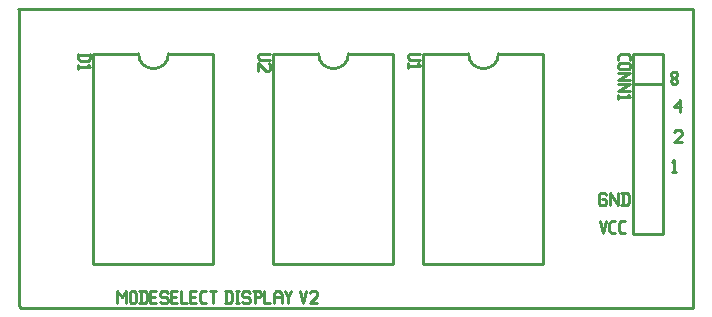
<source format=gbr>
G04 start of page 13 for group -4079 idx -4079 *
G04 Title: (unknown), topsilk *
G04 Creator: pcb 20140316 *
G04 CreationDate: Sat 09 Apr 2022 06:06:23 PM GMT UTC *
G04 For: steve *
G04 Format: Gerber/RS-274X *
G04 PCB-Dimensions (mil): 2250.00 1000.00 *
G04 PCB-Coordinate-Origin: lower left *
%MOIN*%
%FSLAX25Y25*%
%LNTOPSILK*%
%ADD49C,0.0100*%
G54D49*X0Y100000D02*X225000D01*
Y200D01*
X700D01*
X200Y700D01*
Y100000D01*
X32900Y5800D02*Y1800D01*
Y5800D02*X34400Y3800D01*
X35900Y5800D01*
Y1800D01*
X37100Y5300D02*Y2300D01*
Y5300D02*X37600Y5800D01*
X38600D01*
X39100Y5300D01*
Y2300D01*
X38600Y1800D02*X39100Y2300D01*
X37600Y1800D02*X38600D01*
X37100Y2300D02*X37600Y1800D01*
X40800Y5800D02*Y1800D01*
X42100Y5800D02*X42800Y5100D01*
Y2500D01*
X42100Y1800D02*X42800Y2500D01*
X40300Y1800D02*X42100D01*
X40300Y5800D02*X42100D01*
X44000Y4000D02*X45500D01*
X44000Y1800D02*X46000D01*
X44000Y5800D02*Y1800D01*
Y5800D02*X46000D01*
X49200D02*X49700Y5300D01*
X47700Y5800D02*X49200D01*
X47200Y5300D02*X47700Y5800D01*
X47200Y5300D02*Y4300D01*
X47700Y3800D01*
X49200D01*
X49700Y3300D01*
Y2300D01*
X49200Y1800D02*X49700Y2300D01*
X47700Y1800D02*X49200D01*
X47200Y2300D02*X47700Y1800D01*
X50900Y4000D02*X52400D01*
X50900Y1800D02*X52900D01*
X50900Y5800D02*Y1800D01*
Y5800D02*X52900D01*
X54100D02*Y1800D01*
X56100D01*
X57300Y4000D02*X58800D01*
X57300Y1800D02*X59300D01*
X57300Y5800D02*Y1800D01*
Y5800D02*X59300D01*
X61200Y1800D02*X62500D01*
X60500Y2500D02*X61200Y1800D01*
X60500Y5100D02*Y2500D01*
Y5100D02*X61200Y5800D01*
X62500D01*
X63700D02*X65700D01*
X64700D02*Y1800D01*
X69200Y5800D02*Y1800D01*
X70500Y5800D02*X71200Y5100D01*
Y2500D01*
X70500Y1800D02*X71200Y2500D01*
X68700Y1800D02*X70500D01*
X68700Y5800D02*X70500D01*
X72400D02*X73400D01*
X72900D02*Y1800D01*
X72400D02*X73400D01*
X76600Y5800D02*X77100Y5300D01*
X75100Y5800D02*X76600D01*
X74600Y5300D02*X75100Y5800D01*
X74600Y5300D02*Y4300D01*
X75100Y3800D01*
X76600D01*
X77100Y3300D01*
Y2300D01*
X76600Y1800D02*X77100Y2300D01*
X75100Y1800D02*X76600D01*
X74600Y2300D02*X75100Y1800D01*
X78800Y5800D02*Y1800D01*
X78300Y5800D02*X80300D01*
X80800Y5300D01*
Y4300D01*
X80300Y3800D02*X80800Y4300D01*
X78800Y3800D02*X80300D01*
X82000Y5800D02*Y1800D01*
X84000D01*
X85200Y4800D02*Y1800D01*
Y4800D02*X85900Y5800D01*
X87000D01*
X87700Y4800D01*
Y1800D01*
X85200Y3800D02*X87700D01*
X88900Y5800D02*X89900Y3800D01*
X90900Y5800D01*
X89900Y3800D02*Y1800D01*
X93900Y5800D02*X94900Y1800D01*
X95900Y5800D01*
X97100Y5300D02*X97600Y5800D01*
X99100D01*
X99600Y5300D01*
Y4300D01*
X97100Y1800D02*X99600Y4300D01*
X97100Y1800D02*X99600D01*
X193800Y29100D02*X194800Y25100D01*
X195800Y29100D01*
X197700Y25100D02*X199000D01*
X197000Y25800D02*X197700Y25100D01*
X197000Y28400D02*Y25800D01*
Y28400D02*X197700Y29100D01*
X199000D01*
X200900Y25100D02*X202200D01*
X200200Y25800D02*X200900Y25100D01*
X200200Y28400D02*Y25800D01*
Y28400D02*X200900Y29100D01*
X202200D01*
X195500Y38500D02*X196000Y38000D01*
X194000Y38500D02*X195500D01*
X193500Y38000D02*X194000Y38500D01*
X193500Y38000D02*Y35000D01*
X194000Y34500D01*
X195500D01*
X196000Y35000D01*
Y36000D02*Y35000D01*
X195500Y36500D02*X196000Y36000D01*
X194500Y36500D02*X195500D01*
X197200Y38500D02*Y34500D01*
Y38500D02*X199700Y34500D01*
Y38500D02*Y34500D01*
X201400Y38500D02*Y34500D01*
X202700Y38500D02*X203400Y37800D01*
Y35200D01*
X202700Y34500D02*X203400Y35200D01*
X200900Y34500D02*X202700D01*
X200900Y38500D02*X202700D01*
X217600Y75500D02*X218100Y75000D01*
X217600Y76300D02*Y75500D01*
Y76300D02*X218300Y77000D01*
X218900D01*
X219600Y76300D01*
Y75500D01*
X219100Y75000D02*X219600Y75500D01*
X218100Y75000D02*X219100D01*
X217600Y77700D02*X218300Y77000D01*
X217600Y78500D02*Y77700D01*
Y78500D02*X218100Y79000D01*
X219100D01*
X219600Y78500D01*
Y77700D01*
X218900Y77000D02*X219600Y77700D01*
X218400Y67100D02*X220400Y69600D01*
X218400Y67100D02*X220900D01*
X220400Y69600D02*Y65600D01*
X218600Y59000D02*X219100Y59500D01*
X220600D01*
X221100Y59000D01*
Y58000D01*
X218600Y55500D02*X221100Y58000D01*
X218600Y55500D02*X221100D01*
X217800Y48800D02*X218600Y49600D01*
Y45600D01*
X217800D02*X219300D01*
X205000Y85000D02*Y25000D01*
X215000D01*
Y85000D01*
X205000D01*
Y75000D02*X215000D01*
Y85000D01*
X25000D02*Y15000D01*
X65000D01*
Y85000D01*
X25000D02*X40000D01*
X50000D02*X65000D01*
X40000D02*G75*G03X50000Y85000I5000J0D01*G01*
X85000D02*Y15000D01*
X125000D01*
Y85000D01*
X85000D02*X100000D01*
X110000D02*X125000D01*
X100000D02*G75*G03X110000Y85000I5000J0D01*G01*
X135000D02*Y15000D01*
X175000D01*
Y85000D01*
X135000D02*X150000D01*
X160000D02*X175000D01*
X150000D02*G75*G03X160000Y85000I5000J0D01*G01*
X200000Y84300D02*Y83000D01*
X200700Y85000D02*X200000Y84300D01*
X200700Y85000D02*X203300D01*
X204000Y84300D01*
Y83000D01*
X200500Y81800D02*X203500D01*
X204000Y81300D01*
Y80300D01*
X203500Y79800D01*
X200500D02*X203500D01*
X200000Y80300D02*X200500Y79800D01*
X200000Y81300D02*Y80300D01*
X200500Y81800D02*X200000Y81300D01*
Y78600D02*X204000D01*
X200000Y76100D01*
X204000D01*
X200000Y74900D02*X204000D01*
X200000Y72400D01*
X204000D01*
X203200Y71200D02*X204000Y70400D01*
X200000D02*X204000D01*
X200000Y71200D02*Y69700D01*
X20000Y84500D02*X24000D01*
Y83200D02*X23300Y82500D01*
X20700D02*X23300D01*
X20000Y83200D02*X20700Y82500D01*
X20000Y85000D02*Y83200D01*
X24000Y85000D02*Y83200D01*
X23200Y81300D02*X24000Y80500D01*
X20000D02*X24000D01*
X20000Y81300D02*Y79800D01*
X80500Y85000D02*X84000D01*
X80500D02*X80000Y84500D01*
Y83500D01*
X80500Y83000D01*
X84000D01*
X83500Y81800D02*X84000Y81300D01*
Y79800D01*
X83500Y79300D01*
X82500D02*X83500D01*
X80000Y81800D02*X82500Y79300D01*
X80000Y81800D02*Y79300D01*
X130500Y85000D02*X134000D01*
X130500D02*X130000Y84500D01*
Y83500D01*
X130500Y83000D01*
X134000D01*
X133200Y81800D02*X134000Y81000D01*
X130000D02*X134000D01*
X130000Y81800D02*Y80300D01*
M02*

</source>
